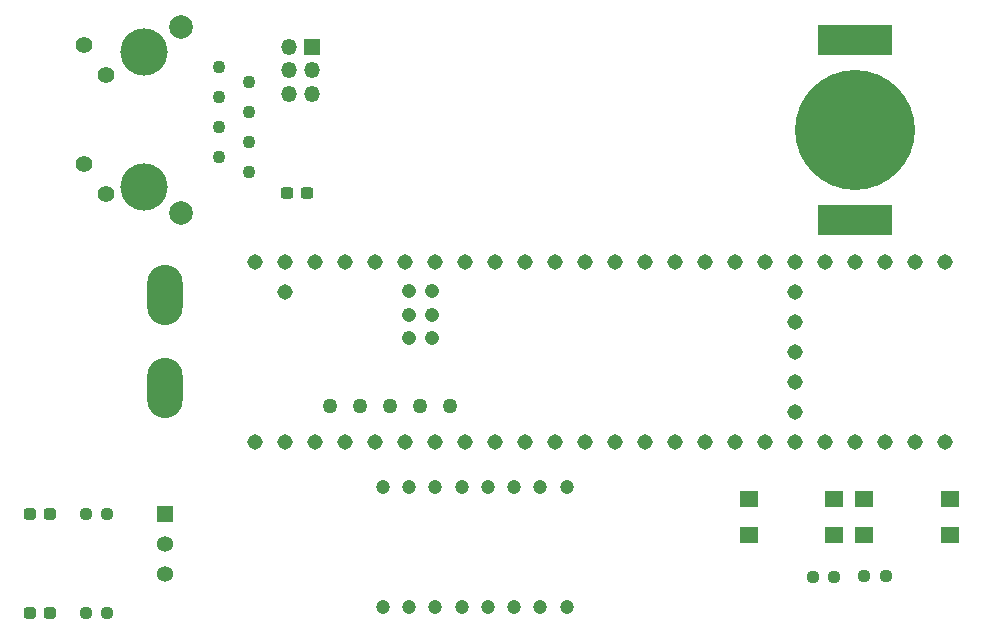
<source format=gts>
G04 #@! TF.GenerationSoftware,KiCad,Pcbnew,(6.0.8)*
G04 #@! TF.CreationDate,2022-11-19T15:58:00-06:00*
G04 #@! TF.ProjectId,BlackBox_Rev1,426c6163-6b42-46f7-985f-526576312e6b,rev?*
G04 #@! TF.SameCoordinates,Original*
G04 #@! TF.FileFunction,Soldermask,Top*
G04 #@! TF.FilePolarity,Negative*
%FSLAX46Y46*%
G04 Gerber Fmt 4.6, Leading zero omitted, Abs format (unit mm)*
G04 Created by KiCad (PCBNEW (6.0.8)) date 2022-11-19 15:58:00*
%MOMM*%
%LPD*%
G01*
G04 APERTURE LIST*
G04 Aperture macros list*
%AMRoundRect*
0 Rectangle with rounded corners*
0 $1 Rounding radius*
0 $2 $3 $4 $5 $6 $7 $8 $9 X,Y pos of 4 corners*
0 Add a 4 corners polygon primitive as box body*
4,1,4,$2,$3,$4,$5,$6,$7,$8,$9,$2,$3,0*
0 Add four circle primitives for the rounded corners*
1,1,$1+$1,$2,$3*
1,1,$1+$1,$4,$5*
1,1,$1+$1,$6,$7*
1,1,$1+$1,$8,$9*
0 Add four rect primitives between the rounded corners*
20,1,$1+$1,$2,$3,$4,$5,0*
20,1,$1+$1,$4,$5,$6,$7,0*
20,1,$1+$1,$6,$7,$8,$9,0*
20,1,$1+$1,$8,$9,$2,$3,0*%
G04 Aperture macros list end*
%ADD10RoundRect,0.237500X-0.287500X-0.237500X0.287500X-0.237500X0.287500X0.237500X-0.287500X0.237500X0*%
%ADD11RoundRect,0.237500X-0.250000X-0.237500X0.250000X-0.237500X0.250000X0.237500X-0.250000X0.237500X0*%
%ADD12R,1.600000X1.400000*%
%ADD13O,3.000000X5.100000*%
%ADD14RoundRect,0.237500X0.300000X0.237500X-0.300000X0.237500X-0.300000X-0.237500X0.300000X-0.237500X0*%
%ADD15C,1.100000*%
%ADD16C,1.400000*%
%ADD17C,4.000000*%
%ADD18C,2.000000*%
%ADD19R,1.358000X1.358000*%
%ADD20C,1.358000*%
%ADD21RoundRect,0.237500X0.250000X0.237500X-0.250000X0.237500X-0.250000X-0.237500X0.250000X-0.237500X0*%
%ADD22C,1.200000*%
%ADD23C,1.308000*%
%ADD24C,1.258000*%
%ADD25C,1.208000*%
%ADD26R,1.350000X1.350000*%
%ADD27O,1.350000X1.350000*%
%ADD28R,6.350000X2.540000*%
%ADD29C,10.160000*%
G04 APERTURE END LIST*
D10*
X59614500Y-103378000D03*
X61364500Y-103378000D03*
D11*
X130302000Y-100228400D03*
X132127000Y-100228400D03*
X64365500Y-103378000D03*
X66190500Y-103378000D03*
D12*
X127762000Y-96726000D03*
X120562000Y-96726000D03*
X120562000Y-93726000D03*
X127762000Y-93726000D03*
D13*
X71120000Y-76454000D03*
X71120000Y-84328000D03*
D14*
X83112500Y-67816000D03*
X81387500Y-67816000D03*
D15*
X75692000Y-57150000D03*
X78232000Y-58420000D03*
X75692000Y-59690000D03*
X78232000Y-60960000D03*
X75692000Y-62230000D03*
X78232000Y-63500000D03*
X75692000Y-64770000D03*
X78232000Y-66040000D03*
D16*
X64262000Y-55270000D03*
X66052000Y-57810000D03*
X64262000Y-65380000D03*
X66052000Y-67920000D03*
D17*
X69342000Y-55880000D03*
X69342000Y-67310000D03*
D18*
X72392000Y-53720000D03*
X72392000Y-69470000D03*
D10*
X59614500Y-94996000D03*
X61364500Y-94996000D03*
D19*
X71120000Y-94996000D03*
D20*
X71120000Y-97536000D03*
X71120000Y-100076000D03*
D11*
X64365500Y-94996000D03*
X66190500Y-94996000D03*
D21*
X127762000Y-100330000D03*
X125937000Y-100330000D03*
D12*
X137502000Y-96726000D03*
X130302000Y-96726000D03*
X137502000Y-93726000D03*
X130302000Y-93726000D03*
D22*
X89535000Y-102870000D03*
X91757500Y-102870000D03*
X93980000Y-102870000D03*
X96202500Y-102870000D03*
X98425000Y-102870000D03*
X100647500Y-102870000D03*
X102870000Y-102870000D03*
X105092500Y-102870000D03*
X105092500Y-92710000D03*
X102870000Y-92710000D03*
X100647500Y-92710000D03*
X98425000Y-92710000D03*
X96202500Y-92710000D03*
X93980000Y-92710000D03*
X91757500Y-92710000D03*
X89535000Y-92710000D03*
D23*
X81280000Y-88900000D03*
X83820000Y-88900000D03*
X86360000Y-88900000D03*
X88900000Y-88900000D03*
X114300000Y-88900000D03*
X83820000Y-73660000D03*
X124460000Y-83820000D03*
X91440000Y-88900000D03*
X93980000Y-88900000D03*
D24*
X85090000Y-85850000D03*
D23*
X96520000Y-88900000D03*
X99060000Y-88900000D03*
X101600000Y-88900000D03*
X104140000Y-88900000D03*
X106680000Y-88900000D03*
X109220000Y-88900000D03*
X111760000Y-88900000D03*
X111760000Y-73660000D03*
X109220000Y-73660000D03*
X106680000Y-73660000D03*
X104140000Y-73660000D03*
X101600000Y-73660000D03*
X99060000Y-73660000D03*
X96520000Y-73660000D03*
X93980000Y-73660000D03*
X91440000Y-73660000D03*
X88900000Y-73660000D03*
X86360000Y-73660000D03*
X116840000Y-88900000D03*
X119380000Y-88900000D03*
X121920000Y-88900000D03*
X124460000Y-88900000D03*
X127000000Y-88900000D03*
X129540000Y-88900000D03*
X132080000Y-88900000D03*
X134620000Y-88900000D03*
X137160000Y-88900000D03*
X137160000Y-73660000D03*
X134620000Y-73660000D03*
X132080000Y-73660000D03*
X129540000Y-73660000D03*
X127000000Y-73660000D03*
X124460000Y-73660000D03*
X121920000Y-73660000D03*
X119380000Y-73660000D03*
X116840000Y-73660000D03*
D24*
X90170000Y-85850000D03*
X87630000Y-85850000D03*
D23*
X78740000Y-88900000D03*
X114300000Y-73660000D03*
X81280000Y-73660000D03*
X124460000Y-81280000D03*
D25*
X93710000Y-78110000D03*
X91710000Y-78110000D03*
D23*
X124460000Y-76200000D03*
X124460000Y-78740000D03*
D25*
X91710000Y-76110000D03*
X93710000Y-76110000D03*
X93710000Y-80110000D03*
X91710000Y-80110000D03*
D24*
X92710000Y-85850000D03*
X95250000Y-85850000D03*
D23*
X124460000Y-86360000D03*
X78740000Y-73660000D03*
X81280000Y-76200000D03*
D26*
X83550000Y-55404000D03*
D27*
X81550000Y-55404000D03*
X83550000Y-57404000D03*
X81550000Y-57404000D03*
X83550000Y-59404000D03*
X81550000Y-59404000D03*
D28*
X129540000Y-54864000D03*
X129540000Y-70104000D03*
D29*
X129540000Y-62484000D03*
M02*

</source>
